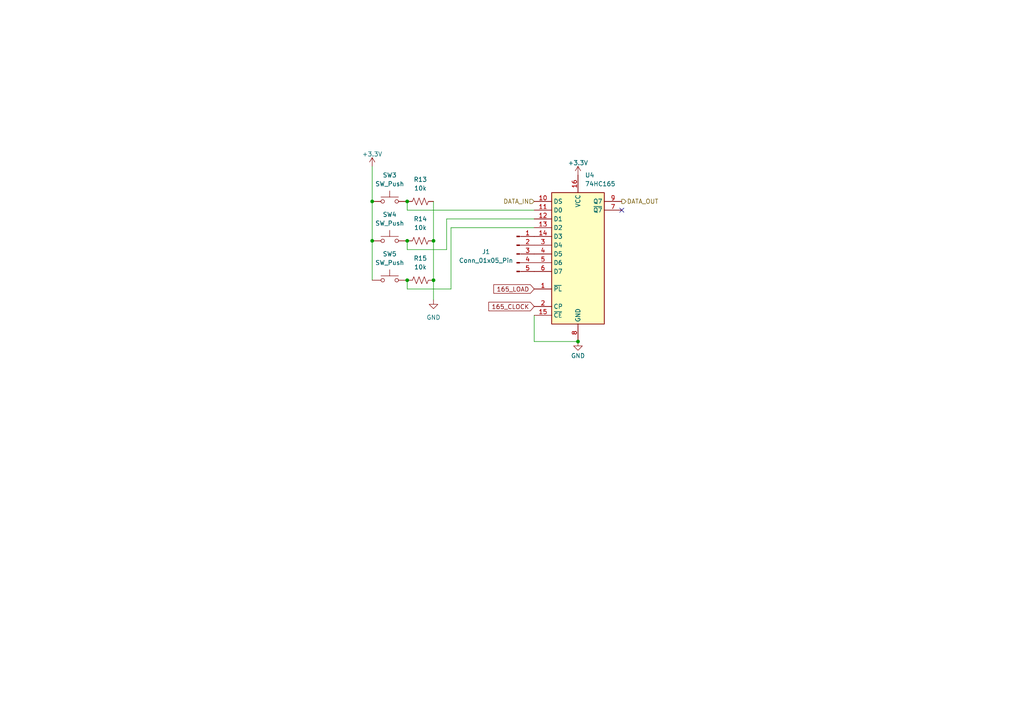
<source format=kicad_sch>
(kicad_sch (version 20230121) (generator eeschema)
  (paper "A4")
  (lib_symbols
    (symbol "74xx:74HC165"
      (property "Reference" "U" (at -7.62 19.05 0))
      (property "Value" "74HC165" (at -7.62 -21.59 0))
      (symbol "74HC165_1_0"
        (pin input line (at -12.7 -10.16 0) (length 5.08) (name "~{PL}") (number "1"))
        (pin input line (at -12.7 15.24 0) (length 5.08) (name "DS") (number "10"))
        (pin input line (at -12.7 12.7 0) (length 5.08) (name "D0") (number "11"))
        (pin input line (at -12.7 10.16 0) (length 5.08) (name "D1") (number "12"))
        (pin input line (at -12.7 7.62 0) (length 5.08) (name "D2") (number "13"))
        (pin input line (at -12.7 5.08 0) (length 5.08) (name "D3") (number "14"))
        (pin input line (at -12.7 -17.78 0) (length 5.08) (name "~{CE}") (number "15"))
        (pin power_in line (at 0 22.86 270) (length 5.08) (name "VCC") (number "16"))
        (pin input line (at -12.7 -15.24 0) (length 5.08) (name "CP") (number "2"))
        (pin input line (at -12.7 2.54 0) (length 5.08) (name "D4") (number "3"))
        (pin input line (at -12.7 0 0) (length 5.08) (name "D5") (number "4"))
        (pin input line (at -12.7 -2.54 0) (length 5.08) (name "D6") (number "5"))
        (pin input line (at -12.7 -5.08 0) (length 5.08) (name "D7") (number "6"))
        (pin output line (at 12.7 12.7 180) (length 5.08) (name "~{Q7}") (number "7"))
        (pin power_in line (at 0 -25.4 90) (length 5.08) (name "GND") (number "8"))
        (pin output line (at 12.7 15.24 180) (length 5.08) (name "Q7") (number "9"))
      )
      (symbol "74HC165_1_1"
        (rectangle (start -7.62 17.78) (end 7.62 -20.32) (stroke (width 0.254)) (fill (type background)))
      )
    )
    (symbol "Connector:Conn_01x05_Pin" (pin_names (offset 1.016) hide)
      (property "Reference" "J" (at 0 7.62 0))
      (property "Value" "Conn_01x05_Pin" (at 0 -7.62 0))
      (symbol "Conn_01x05_Pin_1_1"
        (polyline (pts (xy 1.27 -5.08) (xy 0.8636 -5.08)) (stroke (width 0.1524)))
        (polyline (pts (xy 1.27 -2.54) (xy 0.8636 -2.54)) (stroke (width 0.1524)))
        (polyline (pts (xy 1.27 0) (xy 0.8636 0)) (stroke (width 0.1524)))
        (polyline (pts (xy 1.27 2.54) (xy 0.8636 2.54)) (stroke (width 0.1524)))
        (polyline (pts (xy 1.27 5.08) (xy 0.8636 5.08)) (stroke (width 0.1524)))
        (rectangle (start 0.8636 -4.953) (end 0 -5.207) (stroke (width 0.1524)) (fill (type outline)))
        (rectangle (start 0.8636 -2.413) (end 0 -2.667) (stroke (width 0.1524)) (fill (type outline)))
        (rectangle (start 0.8636 0.127) (end 0 -0.127) (stroke (width 0.1524)) (fill (type outline)))
        (rectangle (start 0.8636 2.667) (end 0 2.413) (stroke (width 0.1524)) (fill (type outline)))
        (rectangle (start 0.8636 5.207) (end 0 4.953) (stroke (width 0.1524)) (fill (type outline)))
        (pin passive line (at 5.08 5.08 180) (length 3.81) (name "Pin_1") (number "1"))
        (pin passive line (at 5.08 2.54 180) (length 3.81) (name "Pin_2") (number "2"))
        (pin passive line (at 5.08 0 180) (length 3.81) (name "Pin_3") (number "3"))
        (pin passive line (at 5.08 -2.54 180) (length 3.81) (name "Pin_4") (number "4"))
        (pin passive line (at 5.08 -5.08 180) (length 3.81) (name "Pin_5") (number "5"))
      )
    )
    (symbol "Device:R_US" (pin_numbers hide) (pin_names (offset 0))
      (property "Reference" "R" (at 2.54 0 90))
      (property "Value" "R_US" (at -2.54 0 90))
      (symbol "R_US_0_1"
        (polyline (pts (xy 0 -2.286) (xy 0 -2.54)))
        (polyline (pts (xy 0 2.286) (xy 0 2.54)))
        (polyline (pts (xy 0 -0.762) (xy 1.016 -1.143) (xy 0 -1.524) (xy -1.016 -1.905) (xy 0 -2.286)))
        (polyline (pts (xy 0 0.762) (xy 1.016 0.381) (xy 0 0) (xy -1.016 -0.381) (xy 0 -0.762)))
        (polyline (pts (xy 0 2.286) (xy 1.016 1.905) (xy 0 1.524) (xy -1.016 1.143) (xy 0 0.762)))
      )
      (symbol "R_US_1_1"
        (pin passive line (at 0 3.81 270) (length 1.27) (name "~") (number "1"))
        (pin passive line (at 0 -3.81 90) (length 1.27) (name "~") (number "2"))
      )
    )
    (symbol "Switch:SW_Push" (pin_numbers hide) (pin_names (offset 1.016) hide)
      (property "Reference" "SW" (at 1.27 2.54 0))
      (property "Value" "SW_Push" (at 0 -1.524 0))
      (symbol "SW_Push_0_1"
        (circle (center -2.032 0) (radius 0.508))
        (polyline (pts (xy 0 1.27) (xy 0 3.048)))
        (polyline (pts (xy 2.54 1.27) (xy -2.54 1.27)))
        (circle (center 2.032 0) (radius 0.508))
        (pin passive line (at -5.08 0 0) (length 2.54) (name "1") (number "1"))
        (pin passive line (at 5.08 0 180) (length 2.54) (name "2") (number "2"))
      )
    )
    (symbol "power:+3.3V" (power) (pin_names (offset 0))
      (property "Value" "+3.3V" (at 0 3.556 0))
      (symbol "+3.3V_0_1"
        (polyline (pts (xy -0.762 1.27) (xy 0 2.54)))
        (polyline (pts (xy 0 0) (xy 0 2.54)))
        (polyline (pts (xy 0 2.54) (xy 0.762 1.27)))
      )
      (symbol "+3.3V_1_1"
        (pin power_in line (at 0 0 90) (length 0) hide (name "+3.3V") (number "1"))
      )
    )
    (symbol "power:GND" (power) (pin_names (offset 0))
      (property "Value" "GND" (at 0 -3.81 0))
      (symbol "GND_0_1"
        (polyline (pts (xy 0 0) (xy 0 -1.27) (xy 1.27 -1.27) (xy 0 -2.54) (xy -1.27 -1.27) (xy 0 -1.27)))
      )
      (symbol "GND_1_1"
        (pin power_in line (at 0 0 270) (length 0) hide (name "GND") (number "1"))
      )
    )
  )
  (junction (at 118.11 69.85))
  (junction (at 107.95 69.85))
  (junction (at 125.73 69.85))
  (junction (at 167.64 99.06))
  (junction (at 125.73 81.28))
  (junction (at 118.11 58.42))
  (junction (at 107.95 58.42))
  (junction (at 118.11 81.28))
  (no_connect (at 180.34 60.96))
  (wire (pts (xy 125.73 58.42) (xy 125.73 69.85)))
  (wire (pts (xy 125.73 69.85) (xy 125.73 81.28)))
  (wire (pts (xy 129.54 72.39) (xy 129.54 63.5)))
  (wire (pts (xy 154.94 91.44) (xy 154.94 99.06)))
  (wire (pts (xy 130.81 66.04) (xy 130.81 83.82)))
  (wire (pts (xy 118.11 60.96) (xy 154.94 60.96)))
  (wire (pts (xy 107.95 48.26) (xy 107.95 58.42)))
  (wire (pts (xy 154.94 66.04) (xy 130.81 66.04)))
  (wire (pts (xy 118.11 72.39) (xy 129.54 72.39)))
  (wire (pts (xy 118.11 69.85) (xy 118.11 72.39)))
  (wire (pts (xy 107.95 69.85) (xy 107.95 81.28)))
  (wire (pts (xy 107.95 58.42) (xy 107.95 69.85)))
  (wire (pts (xy 125.73 81.28) (xy 125.73 86.995)))
  (wire (pts (xy 118.11 58.42) (xy 118.11 60.96)))
  (wire (pts (xy 130.81 83.82) (xy 118.11 83.82)))
  (wire (pts (xy 118.11 83.82) (xy 118.11 81.28)))
  (wire (pts (xy 129.54 63.5) (xy 154.94 63.5)))
  (wire (pts (xy 154.94 99.06) (xy 167.64 99.06)))
  (global_label "165_CLOCK" (shape input) (at 154.94 88.9 180) (property "Intersheetrefs" "${INTERSHEET_REFS}" (effects hide)))
  (global_label "165_LOAD" (shape input) (at 154.94 83.82 180) (property "Intersheetrefs" "${INTERSHEET_REFS}" (effects hide)))
  (hierarchical_label "DATA_IN" (shape input) (at 154.94 58.42 180))
  (hierarchical_label "DATA_OUT" (shape output) (at 180.34 58.42 0))
  (symbol (lib_id "74xx:74HC165") (at 167.64 73.66 0) (unit 1)
    (property "Reference" "U4" (at 169.6594 50.8 0) (effects (justify left)))
    (property "Value" "74HC165" (at 169.6594 53.34 0) (effects (justify left)))
    (property "Footprint" "Package_SO:SOIC-16_3.9x9.9mm_P1.27mm" (effects hide))
    (property "Datasheet" "https://assets.nexperia.com/documents/data-sheet/74HC_HCT165.pdf" (effects hide))
    (instances (project "dk2_03_top" (path "" (reference "U4") (unit 1)) (path "" (reference "U5") (unit 1)) (path "" (reference "U10") (unit 1))))
  )
  (symbol (lib_id "Switch:SW_Push") (at 113.03 81.28 0) (unit 1)
    (property "Reference" "SW5" (at 113.03 73.66 0))
    (property "Value" "SW_Push" (at 113.03 76.2 0))
    (property "Footprint" "Button_Switch_THT:SW_PUSH_6mm" (effects hide))
    (instances (project "dk2_03_top" (path "" (reference "SW5") (unit 1)) (path "" (reference "SW13") (unit 1)) (path "" (reference "SW19") (unit 1))))
  )
  (symbol (lib_id "Device:R_US") (at 121.92 69.85 90) (unit 1)
    (property "Reference" "R14" (at 121.92 63.5 90))
    (property "Value" "10k" (at 121.92 66.04 90))
    (property "Footprint" "Resistor_SMD:R_0603_1608Metric" (effects hide))
    (instances (project "dk2_03_top" (path "" (reference "R14") (unit 1)) (path "" (reference "R22") (unit 1)) (path "" (reference "R42") (unit 1))))
  )
  (symbol (lib_id "Device:R_US") (at 121.92 58.42 90) (unit 1)
    (property "Reference" "R13" (at 121.92 52.07 90))
    (property "Value" "10k" (at 121.92 54.61 90))
    (property "Footprint" "Resistor_SMD:R_0603_1608Metric" (effects hide))
    (instances (project "dk2_03_top" (path "" (reference "R13") (unit 1)) (path "" (reference "R21") (unit 1)) (path "" (reference "R41") (unit 1))))
  )
  (symbol (lib_id "Switch:SW_Push") (at 113.03 69.85 0) (unit 1)
    (property "Reference" "SW4" (at 113.03 62.23 0))
    (property "Value" "SW_Push" (at 113.03 64.77 0))
    (property "Footprint" "Button_Switch_THT:SW_PUSH_6mm" (effects hide))
    (instances (project "dk2_03_top" (path "" (reference "SW4") (unit 1)) (path "" (reference "SW12") (unit 1)) (path "" (reference "SW2") (unit 1))))
  )
  (symbol (lib_id "power:+3.3V") (at 107.95 48.26 0) (unit 1)
    (property "Reference" "#PWR028" (effects hide))
    (property "Value" "+3.3V" (at 107.95 44.704 0))
    (instances (project "dk2_03_top" (path "" (reference "#PWR028") (unit 1)) (path "" (reference "#PWR032") (unit 1)) (path "" (reference "#PWR07") (unit 1))))
  )
  (symbol (lib_id "Device:R_US") (at 121.92 81.28 90) (unit 1)
    (property "Reference" "R15" (at 121.92 74.93 90))
    (property "Value" "10k" (at 121.92 77.47 90))
    (property "Footprint" "Resistor_SMD:R_0603_1608Metric" (effects hide))
    (instances (project "dk2_03_top" (path "" (reference "R15") (unit 1)) (path "" (reference "R23") (unit 1)) (path "" (reference "R43") (unit 1))))
  )
  (symbol (lib_id "power:GND") (at 125.73 86.995 0) (unit 1)
    (property "Reference" "#PWR029" (effects hide))
    (property "Value" "GND" (at 125.73 92.075 0))
    (instances (project "dk2_03_top" (path "" (reference "#PWR029") (unit 1)) (path "" (reference "#PWR033") (unit 1)) (path "" (reference "#PWR010") (unit 1))))
  )
  (symbol (lib_id "power:+3.3V") (at 167.64 50.8 0) (unit 1)
    (property "Reference" "#PWR?" (effects hide))
    (property "Value" "+3.3V" (at 167.64 47.244 0))
    (instances (project "dk2_03_top" (path "" (reference "#PWR?") (unit 1)) (path "" (reference "#PWR030") (unit 1)) (path "" (reference "#PWR034") (unit 1)) (path "" (reference "#PWR011") (unit 1))))
  )
  (symbol (lib_id "Connector:Conn_01x05_Pin") (at 149.86 73.66 0) (unit 1)
    (property "Reference" "J1" (at 140.97 73.025 0))
    (property "Value" "Conn_01x05_Pin" (at 140.97 75.565 0))
    (property "Footprint" "Connector_PinHeader_2.54mm:PinHeader_1x05_P2.54mm_Vertical" (effects hide))
  )
  (symbol (lib_id "power:GND") (at 167.64 99.06 0) (unit 1)
    (property "Reference" "#PWR031" (effects hide))
    (property "Value" "GND" (at 167.64 103.1955 0))
    (instances (project "dk2_03_top" (path "" (reference "#PWR031") (unit 1)) (path "" (reference "#PWR035") (unit 1)) (path "" (reference "#PWR020") (unit 1))))
  )
  (symbol (lib_id "Switch:SW_Push") (at 113.03 58.42 0) (unit 1)
    (property "Reference" "SW3" (at 113.03 50.8 0))
    (property "Value" "SW_Push" (at 113.03 53.34 0))
    (property "Footprint" "Button_Switch_THT:SW_PUSH_6mm" (effects hide))
    (instances (project "dk2_03_top" (path "" (reference "SW3") (unit 1)) (path "" (reference "SW11") (unit 1)) (path "" (reference "SW1") (unit 1))))
  )
)
</source>
